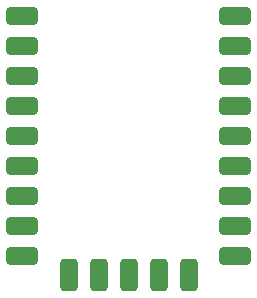
<source format=gtp>
%TF.GenerationSoftware,KiCad,Pcbnew,7.0.7*%
%TF.CreationDate,2024-03-04T21:22:26-05:00*%
%TF.ProjectId,AngelsBox_PCB,416e6765-6c73-4426-9f78-5f5043422e6b,rev?*%
%TF.SameCoordinates,Original*%
%TF.FileFunction,Paste,Top*%
%TF.FilePolarity,Positive*%
%FSLAX46Y46*%
G04 Gerber Fmt 4.6, Leading zero omitted, Abs format (unit mm)*
G04 Created by KiCad (PCBNEW 7.0.7) date 2024-03-04 21:22:26*
%MOMM*%
%LPD*%
G01*
G04 APERTURE LIST*
G04 Aperture macros list*
%AMRoundRect*
0 Rectangle with rounded corners*
0 $1 Rounding radius*
0 $2 $3 $4 $5 $6 $7 $8 $9 X,Y pos of 4 corners*
0 Add a 4 corners polygon primitive as box body*
4,1,4,$2,$3,$4,$5,$6,$7,$8,$9,$2,$3,0*
0 Add four circle primitives for the rounded corners*
1,1,$1+$1,$2,$3*
1,1,$1+$1,$4,$5*
1,1,$1+$1,$6,$7*
1,1,$1+$1,$8,$9*
0 Add four rect primitives between the rounded corners*
20,1,$1+$1,$2,$3,$4,$5,0*
20,1,$1+$1,$4,$5,$6,$7,0*
20,1,$1+$1,$6,$7,$8,$9,0*
20,1,$1+$1,$8,$9,$2,$3,0*%
G04 Aperture macros list end*
%ADD10RoundRect,0.381000X-0.999000X-0.381000X0.999000X-0.381000X0.999000X0.381000X-0.999000X0.381000X0*%
%ADD11RoundRect,0.381000X-0.381000X0.999000X-0.381000X-0.999000X0.381000X-0.999000X0.381000X0.999000X0*%
G04 APERTURE END LIST*
D10*
%TO.C,U1*%
X209025000Y-46808000D03*
X209025000Y-49348000D03*
X209025000Y-51888000D03*
X209025000Y-54428000D03*
X209025000Y-56968000D03*
X209025000Y-59508000D03*
X209025000Y-62048000D03*
X209025000Y-64588000D03*
X209025000Y-67128000D03*
D11*
X205105000Y-68718000D03*
X202565000Y-68718000D03*
X200025000Y-68718000D03*
X197485000Y-68718000D03*
X194945000Y-68718000D03*
D10*
X191025000Y-67128000D03*
X191025000Y-64588000D03*
X191025000Y-62048000D03*
X191025000Y-59508000D03*
X191025000Y-56968000D03*
X191025000Y-54428000D03*
X191025000Y-51888000D03*
X191025000Y-49348000D03*
X191025000Y-46808000D03*
%TD*%
M02*

</source>
